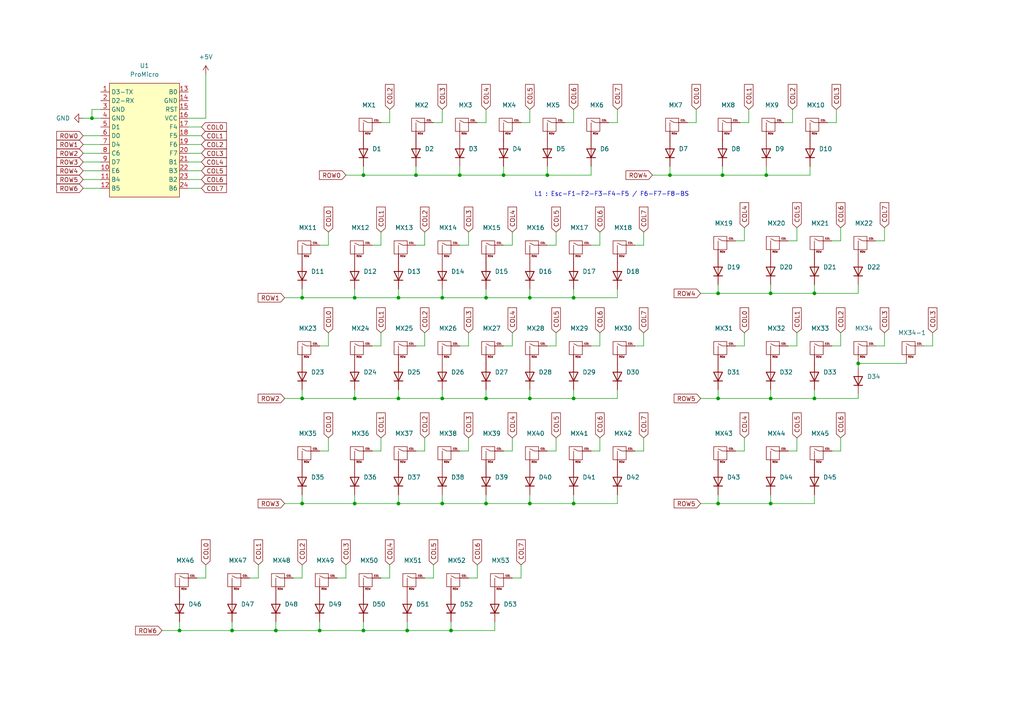
<source format=kicad_sch>
(kicad_sch (version 20230121) (generator eeschema)
  (paper "A4")
  (junction (at 223.52 115.57))
  (junction (at 87.63 146.05))
  (junction (at 223.52 146.05))
  (junction (at 236.22 115.57))
  (junction (at 208.28 115.57))
  (junction (at 208.28 146.05))
  (junction (at 208.28 85.09))
  (junction (at 140.97 115.57))
  (junction (at 102.87 115.57))
  (junction (at 223.52 85.09))
  (junction (at 140.97 146.05))
  (junction (at 130.81 182.88))
  (junction (at 222.25 50.8))
  (junction (at 115.57 146.05))
  (junction (at 166.37 86.36))
  (junction (at 153.67 115.57))
  (junction (at 128.27 86.36))
  (junction (at 105.41 50.8))
  (junction (at 102.87 146.05))
  (junction (at 67.31 182.88))
  (junction (at 248.92 105.41))
  (junction (at 80.01 182.88))
  (junction (at 87.63 86.36))
  (junction (at 120.65 50.8))
  (junction (at 26.67 34.29))
  (junction (at 128.27 146.05))
  (junction (at 105.41 182.88))
  (junction (at 166.37 115.57))
  (junction (at 133.35 50.8))
  (junction (at 102.87 86.36))
  (junction (at 146.05 50.8))
  (junction (at 52.07 182.88))
  (junction (at 115.57 115.57))
  (junction (at 92.71 182.88))
  (junction (at 140.97 86.36))
  (junction (at 153.67 86.36))
  (junction (at 118.11 182.88))
  (junction (at 194.31 50.8))
  (junction (at 115.57 86.36))
  (junction (at 166.37 146.05))
  (junction (at 236.22 85.09))
  (junction (at 153.67 146.05))
  (junction (at 158.75 50.8))
  (junction (at 209.55 50.8))
  (junction (at 87.63 115.57))
  (junction (at 128.27 115.57))
  (wire (pts (xy 138.43 163.83) (xy 138.43 167.64)))
  (wire (pts (xy 29.21 31.75) (xy 26.67 31.75)))
  (wire (pts (xy 151.13 167.64) (xy 148.59 167.64)))
  (wire (pts (xy 140.97 143.51) (xy 140.97 146.05)))
  (wire (pts (xy 110.49 100.33) (xy 107.95 100.33)))
  (wire (pts (xy 166.37 35.56) (xy 163.83 35.56)))
  (wire (pts (xy 248.92 106.68) (xy 248.92 105.41)))
  (wire (pts (xy 120.65 48.26) (xy 120.65 50.8)))
  (wire (pts (xy 256.54 66.04) (xy 256.54 69.85)))
  (wire (pts (xy 158.75 48.26) (xy 158.75 50.8)))
  (wire (pts (xy 26.67 34.29) (xy 29.21 34.29)))
  (wire (pts (xy 243.84 100.33) (xy 241.3 100.33)))
  (wire (pts (xy 166.37 113.03) (xy 166.37 115.57)))
  (wire (pts (xy 186.69 67.31) (xy 186.69 71.12)))
  (wire (pts (xy 130.81 182.88) (xy 143.51 182.88)))
  (wire (pts (xy 128.27 83.82) (xy 128.27 86.36)))
  (wire (pts (xy 95.25 96.52) (xy 95.25 100.33)))
  (wire (pts (xy 128.27 31.75) (xy 128.27 35.56)))
  (wire (pts (xy 54.61 39.37) (xy 58.42 39.37)))
  (wire (pts (xy 173.99 127) (xy 173.99 130.81)))
  (wire (pts (xy 179.07 83.82) (xy 179.07 86.36)))
  (wire (pts (xy 87.63 86.36) (xy 82.55 86.36)))
  (wire (pts (xy 87.63 86.36) (xy 102.87 86.36)))
  (wire (pts (xy 231.14 100.33) (xy 228.6 100.33)))
  (wire (pts (xy 128.27 146.05) (xy 140.97 146.05)))
  (wire (pts (xy 110.49 127) (xy 110.49 130.81)))
  (wire (pts (xy 194.31 50.8) (xy 209.55 50.8)))
  (wire (pts (xy 270.51 100.33) (xy 267.97 100.33)))
  (wire (pts (xy 151.13 163.83) (xy 151.13 167.64)))
  (wire (pts (xy 143.51 180.34) (xy 143.51 182.88)))
  (wire (pts (xy 95.25 100.33) (xy 92.71 100.33)))
  (wire (pts (xy 102.87 113.03) (xy 102.87 115.57)))
  (wire (pts (xy 215.9 100.33) (xy 213.36 100.33)))
  (wire (pts (xy 231.14 96.52) (xy 231.14 100.33)))
  (wire (pts (xy 179.07 143.51) (xy 179.07 146.05)))
  (wire (pts (xy 130.81 180.34) (xy 130.81 182.88)))
  (wire (pts (xy 179.07 113.03) (xy 179.07 115.57)))
  (wire (pts (xy 74.93 163.83) (xy 74.93 167.64)))
  (wire (pts (xy 194.31 50.8) (xy 189.23 50.8)))
  (wire (pts (xy 166.37 146.05) (xy 179.07 146.05)))
  (wire (pts (xy 113.03 31.75) (xy 113.03 35.56)))
  (wire (pts (xy 102.87 146.05) (xy 115.57 146.05)))
  (wire (pts (xy 92.71 180.34) (xy 92.71 182.88)))
  (wire (pts (xy 123.19 96.52) (xy 123.19 100.33)))
  (wire (pts (xy 222.25 50.8) (xy 234.95 50.8)))
  (wire (pts (xy 100.33 163.83) (xy 100.33 167.64)))
  (wire (pts (xy 123.19 127) (xy 123.19 130.81)))
  (wire (pts (xy 186.69 100.33) (xy 184.15 100.33)))
  (wire (pts (xy 148.59 67.31) (xy 148.59 71.12)))
  (wire (pts (xy 186.69 130.81) (xy 184.15 130.81)))
  (wire (pts (xy 229.87 35.56) (xy 227.33 35.56)))
  (wire (pts (xy 54.61 54.61) (xy 58.42 54.61)))
  (wire (pts (xy 148.59 127) (xy 148.59 130.81)))
  (wire (pts (xy 24.13 52.07) (xy 29.21 52.07)))
  (wire (pts (xy 52.07 182.88) (xy 67.31 182.88)))
  (wire (pts (xy 24.13 39.37) (xy 29.21 39.37)))
  (wire (pts (xy 166.37 86.36) (xy 179.07 86.36)))
  (wire (pts (xy 223.52 146.05) (xy 236.22 146.05)))
  (wire (pts (xy 52.07 182.88) (xy 46.99 182.88)))
  (wire (pts (xy 54.61 44.45) (xy 58.42 44.45)))
  (wire (pts (xy 223.52 143.51) (xy 223.52 146.05)))
  (wire (pts (xy 217.17 31.75) (xy 217.17 35.56)))
  (wire (pts (xy 135.89 130.81) (xy 133.35 130.81)))
  (wire (pts (xy 146.05 48.26) (xy 146.05 50.8)))
  (wire (pts (xy 194.31 48.26) (xy 194.31 50.8)))
  (wire (pts (xy 52.07 180.34) (xy 52.07 182.88)))
  (wire (pts (xy 148.59 100.33) (xy 146.05 100.33)))
  (wire (pts (xy 67.31 180.34) (xy 67.31 182.88)))
  (wire (pts (xy 153.67 115.57) (xy 166.37 115.57)))
  (wire (pts (xy 166.37 31.75) (xy 166.37 35.56)))
  (wire (pts (xy 161.29 127) (xy 161.29 130.81)))
  (wire (pts (xy 243.84 69.85) (xy 241.3 69.85)))
  (wire (pts (xy 236.22 115.57) (xy 248.92 115.57)))
  (wire (pts (xy 24.13 49.53) (xy 29.21 49.53)))
  (wire (pts (xy 236.22 143.51) (xy 236.22 146.05)))
  (wire (pts (xy 215.9 130.81) (xy 213.36 130.81)))
  (wire (pts (xy 115.57 113.03) (xy 115.57 115.57)))
  (wire (pts (xy 201.93 35.56) (xy 199.39 35.56)))
  (wire (pts (xy 113.03 163.83) (xy 113.03 167.64)))
  (wire (pts (xy 223.52 113.03) (xy 223.52 115.57)))
  (wire (pts (xy 148.59 71.12) (xy 146.05 71.12)))
  (wire (pts (xy 113.03 35.56) (xy 110.49 35.56)))
  (wire (pts (xy 140.97 113.03) (xy 140.97 115.57)))
  (wire (pts (xy 231.14 127) (xy 231.14 130.81)))
  (wire (pts (xy 158.75 50.8) (xy 171.45 50.8)))
  (wire (pts (xy 80.01 180.34) (xy 80.01 182.88)))
  (wire (pts (xy 209.55 48.26) (xy 209.55 50.8)))
  (wire (pts (xy 115.57 143.51) (xy 115.57 146.05)))
  (wire (pts (xy 118.11 180.34) (xy 118.11 182.88)))
  (wire (pts (xy 173.99 96.52) (xy 173.99 100.33)))
  (wire (pts (xy 113.03 167.64) (xy 110.49 167.64)))
  (wire (pts (xy 123.19 67.31) (xy 123.19 71.12)))
  (wire (pts (xy 24.13 46.99) (xy 29.21 46.99)))
  (wire (pts (xy 118.11 182.88) (xy 130.81 182.88)))
  (wire (pts (xy 128.27 86.36) (xy 140.97 86.36)))
  (wire (pts (xy 248.92 105.41) (xy 262.89 105.41)))
  (wire (pts (xy 256.54 100.33) (xy 254 100.33)))
  (wire (pts (xy 140.97 31.75) (xy 140.97 35.56)))
  (wire (pts (xy 80.01 182.88) (xy 92.71 182.88)))
  (wire (pts (xy 270.51 96.52) (xy 270.51 100.33)))
  (wire (pts (xy 146.05 50.8) (xy 158.75 50.8)))
  (wire (pts (xy 26.67 31.75) (xy 26.67 34.29)))
  (wire (pts (xy 123.19 100.33) (xy 120.65 100.33)))
  (wire (pts (xy 105.41 48.26) (xy 105.41 50.8)))
  (wire (pts (xy 95.25 67.31) (xy 95.25 71.12)))
  (wire (pts (xy 133.35 50.8) (xy 146.05 50.8)))
  (wire (pts (xy 54.61 41.91) (xy 58.42 41.91)))
  (wire (pts (xy 209.55 50.8) (xy 222.25 50.8)))
  (wire (pts (xy 87.63 146.05) (xy 102.87 146.05)))
  (wire (pts (xy 115.57 115.57) (xy 128.27 115.57)))
  (wire (pts (xy 171.45 48.26) (xy 171.45 50.8)))
  (wire (pts (xy 243.84 66.04) (xy 243.84 69.85)))
  (wire (pts (xy 223.52 82.55) (xy 223.52 85.09)))
  (wire (pts (xy 87.63 115.57) (xy 102.87 115.57)))
  (wire (pts (xy 231.14 69.85) (xy 228.6 69.85)))
  (wire (pts (xy 115.57 146.05) (xy 128.27 146.05)))
  (wire (pts (xy 110.49 130.81) (xy 107.95 130.81)))
  (wire (pts (xy 87.63 163.83) (xy 87.63 167.64)))
  (wire (pts (xy 100.33 167.64) (xy 97.79 167.64)))
  (wire (pts (xy 153.67 86.36) (xy 166.37 86.36)))
  (wire (pts (xy 54.61 46.99) (xy 58.42 46.99)))
  (wire (pts (xy 215.9 66.04) (xy 215.9 69.85)))
  (wire (pts (xy 256.54 96.52) (xy 256.54 100.33)))
  (wire (pts (xy 24.13 41.91) (xy 29.21 41.91)))
  (wire (pts (xy 217.17 35.56) (xy 214.63 35.56)))
  (wire (pts (xy 87.63 83.82) (xy 87.63 86.36)))
  (wire (pts (xy 153.67 35.56) (xy 151.13 35.56)))
  (wire (pts (xy 102.87 143.51) (xy 102.87 146.05)))
  (wire (pts (xy 140.97 83.82) (xy 140.97 86.36)))
  (wire (pts (xy 179.07 35.56) (xy 176.53 35.56)))
  (wire (pts (xy 173.99 130.81) (xy 171.45 130.81)))
  (wire (pts (xy 173.99 71.12) (xy 171.45 71.12)))
  (wire (pts (xy 24.13 54.61) (xy 29.21 54.61)))
  (wire (pts (xy 161.29 71.12) (xy 158.75 71.12)))
  (wire (pts (xy 135.89 100.33) (xy 133.35 100.33)))
  (wire (pts (xy 59.69 21.59) (xy 59.69 34.29)))
  (wire (pts (xy 208.28 146.05) (xy 223.52 146.05)))
  (wire (pts (xy 59.69 163.83) (xy 59.69 167.64)))
  (wire (pts (xy 110.49 71.12) (xy 107.95 71.12)))
  (wire (pts (xy 102.87 115.57) (xy 115.57 115.57)))
  (wire (pts (xy 135.89 67.31) (xy 135.89 71.12)))
  (wire (pts (xy 208.28 115.57) (xy 203.2 115.57)))
  (wire (pts (xy 125.73 167.64) (xy 123.19 167.64)))
  (wire (pts (xy 208.28 146.05) (xy 203.2 146.05)))
  (wire (pts (xy 115.57 83.82) (xy 115.57 86.36)))
  (wire (pts (xy 243.84 130.81) (xy 241.3 130.81)))
  (wire (pts (xy 161.29 130.81) (xy 158.75 130.81)))
  (wire (pts (xy 231.14 66.04) (xy 231.14 69.85)))
  (wire (pts (xy 125.73 163.83) (xy 125.73 167.64)))
  (wire (pts (xy 223.52 115.57) (xy 236.22 115.57)))
  (wire (pts (xy 140.97 115.57) (xy 153.67 115.57)))
  (wire (pts (xy 59.69 167.64) (xy 57.15 167.64)))
  (wire (pts (xy 105.41 182.88) (xy 118.11 182.88)))
  (wire (pts (xy 95.25 71.12) (xy 92.71 71.12)))
  (wire (pts (xy 102.87 83.82) (xy 102.87 86.36)))
  (wire (pts (xy 105.41 50.8) (xy 120.65 50.8)))
  (wire (pts (xy 223.52 85.09) (xy 236.22 85.09)))
  (wire (pts (xy 110.49 67.31) (xy 110.49 71.12)))
  (wire (pts (xy 153.67 146.05) (xy 166.37 146.05)))
  (wire (pts (xy 166.37 143.51) (xy 166.37 146.05)))
  (wire (pts (xy 153.67 143.51) (xy 153.67 146.05)))
  (wire (pts (xy 123.19 71.12) (xy 120.65 71.12)))
  (wire (pts (xy 173.99 100.33) (xy 171.45 100.33)))
  (wire (pts (xy 242.57 31.75) (xy 242.57 35.56)))
  (wire (pts (xy 236.22 113.03) (xy 236.22 115.57)))
  (wire (pts (xy 186.69 127) (xy 186.69 130.81)))
  (wire (pts (xy 236.22 85.09) (xy 248.92 85.09)))
  (wire (pts (xy 24.13 34.29) (xy 26.67 34.29)))
  (wire (pts (xy 102.87 86.36) (xy 115.57 86.36)))
  (wire (pts (xy 135.89 96.52) (xy 135.89 100.33)))
  (wire (pts (xy 115.57 86.36) (xy 128.27 86.36)))
  (wire (pts (xy 123.19 130.81) (xy 120.65 130.81)))
  (wire (pts (xy 148.59 130.81) (xy 146.05 130.81)))
  (wire (pts (xy 133.35 48.26) (xy 133.35 50.8)))
  (wire (pts (xy 215.9 127) (xy 215.9 130.81)))
  (wire (pts (xy 208.28 113.03) (xy 208.28 115.57)))
  (wire (pts (xy 215.9 69.85) (xy 213.36 69.85)))
  (wire (pts (xy 242.57 35.56) (xy 240.03 35.56)))
  (wire (pts (xy 59.69 34.29) (xy 54.61 34.29)))
  (wire (pts (xy 166.37 115.57) (xy 179.07 115.57)))
  (wire (pts (xy 173.99 67.31) (xy 173.99 71.12)))
  (wire (pts (xy 161.29 100.33) (xy 158.75 100.33)))
  (wire (pts (xy 128.27 113.03) (xy 128.27 115.57)))
  (wire (pts (xy 95.25 130.81) (xy 92.71 130.81)))
  (wire (pts (xy 135.89 127) (xy 135.89 130.81)))
  (wire (pts (xy 243.84 127) (xy 243.84 130.81)))
  (wire (pts (xy 135.89 71.12) (xy 133.35 71.12)))
  (wire (pts (xy 148.59 96.52) (xy 148.59 100.33)))
  (wire (pts (xy 161.29 96.52) (xy 161.29 100.33)))
  (wire (pts (xy 186.69 71.12) (xy 184.15 71.12)))
  (wire (pts (xy 236.22 82.55) (xy 236.22 85.09)))
  (wire (pts (xy 120.65 50.8) (xy 133.35 50.8)))
  (wire (pts (xy 128.27 35.56) (xy 125.73 35.56)))
  (wire (pts (xy 166.37 83.82) (xy 166.37 86.36)))
  (wire (pts (xy 243.84 96.52) (xy 243.84 100.33)))
  (wire (pts (xy 138.43 167.64) (xy 135.89 167.64)))
  (wire (pts (xy 153.67 31.75) (xy 153.67 35.56)))
  (wire (pts (xy 110.49 96.52) (xy 110.49 100.33)))
  (wire (pts (xy 234.95 48.26) (xy 234.95 50.8)))
  (wire (pts (xy 222.25 48.26) (xy 222.25 50.8)))
  (wire (pts (xy 54.61 52.07) (xy 58.42 52.07)))
  (wire (pts (xy 74.93 167.64) (xy 72.39 167.64)))
  (wire (pts (xy 248.92 82.55) (xy 248.92 85.09)))
  (wire (pts (xy 215.9 96.52) (xy 215.9 100.33)))
  (wire (pts (xy 153.67 113.03) (xy 153.67 115.57)))
  (wire (pts (xy 208.28 143.51) (xy 208.28 146.05)))
  (wire (pts (xy 208.28 85.09) (xy 203.2 85.09)))
  (wire (pts (xy 92.71 182.88) (xy 105.41 182.88)))
  (wire (pts (xy 105.41 50.8) (xy 100.33 50.8)))
  (wire (pts (xy 128.27 115.57) (xy 140.97 115.57)))
  (wire (pts (xy 256.54 69.85) (xy 254 69.85)))
  (wire (pts (xy 105.41 180.34) (xy 105.41 182.88)))
  (wire (pts (xy 161.29 67.31) (xy 161.29 71.12)))
  (wire (pts (xy 87.63 146.05) (xy 82.55 146.05)))
  (wire (pts (xy 87.63 115.57) (xy 82.55 115.57)))
  (wire (pts (xy 87.63 113.03) (xy 87.63 115.57)))
  (wire (pts (xy 201.93 31.75) (xy 201.93 35.56)))
  (wire (pts (xy 140.97 35.56) (xy 138.43 35.56)))
  (wire (pts (xy 248.92 114.3) (xy 248.92 115.57)))
  (wire (pts (xy 24.13 44.45) (xy 29.21 44.45)))
  (wire (pts (xy 229.87 31.75) (xy 229.87 35.56)))
  (wire (pts (xy 140.97 86.36) (xy 153.67 86.36)))
  (wire (pts (xy 54.61 36.83) (xy 58.42 36.83)))
  (wire (pts (xy 67.31 182.88) (xy 80.01 182.88)))
  (wire (pts (xy 95.25 127) (xy 95.25 130.81)))
  (wire (pts (xy 208.28 85.09) (xy 223.52 85.09)))
  (wire (pts (xy 153.67 83.82) (xy 153.67 86.36)))
  (wire (pts (xy 87.63 143.51) (xy 87.63 146.05)))
  (wire (pts (xy 231.14 130.81) (xy 228.6 130.81)))
  (wire (pts (xy 140.97 146.05) (xy 153.67 146.05)))
  (wire (pts (xy 54.61 49.53) (xy 58.42 49.53)))
  (wire (pts (xy 208.28 82.55) (xy 208.28 85.09)))
  (wire (pts (xy 128.27 143.51) (xy 128.27 146.05)))
  (wire (pts (xy 87.63 167.64) (xy 85.09 167.64)))
  (wire (pts (xy 186.69 96.52) (xy 186.69 100.33)))
  (wire (pts (xy 208.28 115.57) (xy 223.52 115.57)))
  (wire (pts (xy 179.07 31.75) (xy 179.07 35.56)))
  (text "L1 : Esc-F1-F2-F3-F4-F5 / F6-F7-F8-BS" (at 154.94 57.15 0) (effects (font (size 1.27 1.27)) (justify left bottom)))
  (global_label "ROW4" (shape input) (at 203.2 85.09 180) (property "Intersheetrefs" "${INTERSHEET_REFS}" (effects hide)))
  (global_label "ROW3" (shape input) (at 24.13 46.99 180) (property "Intersheetrefs" "${INTERSHEET_REFS}" (effects hide)))
  (global_label "COL7" (shape input) (at 151.13 163.83 90) (property "Intersheetrefs" "${INTERSHEET_REFS}" (effects hide)))
  (global_label "COL6" (shape input) (at 173.99 67.31 90) (property "Intersheetrefs" "${INTERSHEET_REFS}" (effects hide)))
  (global_label "ROW4" (shape input) (at 189.23 50.8 180) (property "Intersheetrefs" "${INTERSHEET_REFS}" (effects hide)))
  (global_label "ROW6" (shape input) (at 24.13 54.61 180) (property "Intersheetrefs" "${INTERSHEET_REFS}" (effects hide)))
  (global_label "COL2" (shape input) (at 123.19 67.31 90) (property "Intersheetrefs" "${INTERSHEET_REFS}" (effects hide)))
  (global_label "COL2" (shape input) (at 58.42 41.91 0) (property "Intersheetrefs" "${INTERSHEET_REFS}" (effects hide)))
  (global_label "COL2" (shape input) (at 243.84 96.52 90) (property "Intersheetrefs" "${INTERSHEET_REFS}" (effects hide)))
  (global_label "COL3" (shape input) (at 100.33 163.83 90) (property "Intersheetrefs" "${INTERSHEET_REFS}" (effects hide)))
  (global_label "COL3" (shape input) (at 135.89 96.52 90) (property "Intersheetrefs" "${INTERSHEET_REFS}" (effects hide)))
  (global_label "COL0" (shape input) (at 215.9 96.52 90) (property "Intersheetrefs" "${INTERSHEET_REFS}" (effects hide)))
  (global_label "ROW5" (shape input) (at 203.2 115.57 180) (property "Intersheetrefs" "${INTERSHEET_REFS}" (effects hide)))
  (global_label "COL1" (shape input) (at 58.42 39.37 0) (property "Intersheetrefs" "${INTERSHEET_REFS}" (effects hide)))
  (global_label "COL2" (shape input) (at 113.03 31.75 90) (property "Intersheetrefs" "${INTERSHEET_REFS}" (effects hide)))
  (global_label "COL5" (shape input) (at 161.29 127 90) (property "Intersheetrefs" "${INTERSHEET_REFS}" (effects hide)))
  (global_label "COL0" (shape input) (at 95.25 96.52 90) (property "Intersheetrefs" "${INTERSHEET_REFS}" (effects hide)))
  (global_label "COL7" (shape input) (at 256.54 66.04 90) (property "Intersheetrefs" "${INTERSHEET_REFS}" (effects hide)))
  (global_label "ROW0" (shape input) (at 100.33 50.8 180) (property "Intersheetrefs" "${INTERSHEET_REFS}" (effects hide)))
  (global_label "COL6" (shape input) (at 138.43 163.83 90) (property "Intersheetrefs" "${INTERSHEET_REFS}" (effects hide)))
  (global_label "COL0" (shape input) (at 95.25 127 90) (property "Intersheetrefs" "${INTERSHEET_REFS}" (effects hide)))
  (global_label "COL6" (shape input) (at 173.99 127 90) (property "Intersheetrefs" "${INTERSHEET_REFS}" (effects hide)))
  (global_label "COL4" (shape input) (at 215.9 127 90) (property "Intersheetrefs" "${INTERSHEET_REFS}" (effects hide)))
  (global_label "COL1" (shape input) (at 74.93 163.83 90) (property "Intersheetrefs" "${INTERSHEET_REFS}" (effects hide)))
  (global_label "COL1" (shape input) (at 110.49 96.52 90) (property "Intersheetrefs" "${INTERSHEET_REFS}" (effects hide)))
  (global_label "COL3" (shape input) (at 58.42 44.45 0) (property "Intersheetrefs" "${INTERSHEET_REFS}" (effects hide)))
  (global_label "COL4" (shape input) (at 148.59 67.31 90) (property "Intersheetrefs" "${INTERSHEET_REFS}" (effects hide)))
  (global_label "COL0" (shape input) (at 59.69 163.83 90) (property "Intersheetrefs" "${INTERSHEET_REFS}" (effects hide)))
  (global_label "ROW5" (shape input) (at 24.13 52.07 180) (property "Intersheetrefs" "${INTERSHEET_REFS}" (effects hide)))
  (global_label "COL1" (shape input) (at 110.49 67.31 90) (property "Intersheetrefs" "${INTERSHEET_REFS}" (effects hide)))
  (global_label "ROW1" (shape input) (at 24.13 41.91 180) (property "Intersheetrefs" "${INTERSHEET_REFS}" (effects hide)))
  (global_label "COL2" (shape input) (at 229.87 31.75 90) (property "Intersheetrefs" "${INTERSHEET_REFS}" (effects hide)))
  (global_label "COL6" (shape input) (at 166.37 31.75 90) (property "Intersheetrefs" "${INTERSHEET_REFS}" (effects hide)))
  (global_label "COL7" (shape input) (at 179.07 31.75 90) (property "Intersheetrefs" "${INTERSHEET_REFS}" (effects hide)))
  (global_label "COL1" (shape input) (at 231.14 96.52 90) (property "Intersheetrefs" "${INTERSHEET_REFS}" (effects hide)))
  (global_label "COL5" (shape input) (at 58.42 49.53 0) (property "Intersheetrefs" "${INTERSHEET_REFS}" (effects hide)))
  (global_label "COL7" (shape input) (at 186.69 127 90) (property "Intersheetrefs" "${INTERSHEET_REFS}" (effects hide)))
  (global_label "COL0" (shape input) (at 95.25 67.31 90) (property "Intersheetrefs" "${INTERSHEET_REFS}" (effects hide)))
  (global_label "COL6" (shape input) (at 58.42 52.07 0) (property "Intersheetrefs" "${INTERSHEET_REFS}" (effects hide)))
  (global_label "COL2" (shape input) (at 123.19 96.52 90) (property "Intersheetrefs" "${INTERSHEET_REFS}" (effects hide)))
  (global_label "COL7" (shape input) (at 186.69 67.31 90) (property "Intersheetrefs" "${INTERSHEET_REFS}" (effects hide)))
  (global_label "COL7" (shape input) (at 186.69 96.52 90) (property "Intersheetrefs" "${INTERSHEET_REFS}" (effects hide)))
  (global_label "COL6" (shape input) (at 243.84 127 90) (property "Intersheetrefs" "${INTERSHEET_REFS}" (effects hide)))
  (global_label "COL4" (shape input) (at 148.59 96.52 90) (property "Intersheetrefs" "${INTERSHEET_REFS}" (effects hide)))
  (global_label "COL5" (shape input) (at 231.14 66.04 90) (property "Intersheetrefs" "${INTERSHEET_REFS}" (effects hide)))
  (global_label "COL0" (shape input) (at 201.93 31.75 90) (property "Intersheetrefs" "${INTERSHEET_REFS}" (effects hide)))
  (global_label "ROW6" (shape input) (at 46.99 182.88 180) (property "Intersheetrefs" "${INTERSHEET_REFS}" (effects hide)))
  (global_label "COL5" (shape input) (at 125.73 163.83 90) (property "Intersheetrefs" "${INTERSHEET_REFS}" (effects hide)))
  (global_label "ROW2" (shape input) (at 82.55 115.57 180) (property "Intersheetrefs" "${INTERSHEET_REFS}" (effects hide)))
  (global_label "ROW3" (shape input) (at 82.55 146.05 180) (property "Intersheetrefs" "${INTERSHEET_REFS}" (effects hide)))
  (global_label "COL5" (shape input) (at 161.29 96.52 90) (property "Intersheetrefs" "${INTERSHEET_REFS}" (effects hide)))
  (global_label "ROW5" (shape input) (at 203.2 146.05 180) (property "Intersheetrefs" "${INTERSHEET_REFS}" (effects hide)))
  (global_label "COL3" (shape input) (at 256.54 96.52 90) (property "Intersheetrefs" "${INTERSHEET_REFS}" (effects hide)))
  (global_label "ROW4" (shape input) (at 24.13 49.53 180) (property "Intersheetrefs" "${INTERSHEET_REFS}" (effects hide)))
  (global_label "COL1" (shape input) (at 110.49 127 90) (property "Intersheetrefs" "${INTERSHEET_REFS}" (effects hide)))
  (global_label "COL7" (shape input) (at 58.42 54.61 0) (property "Intersheetrefs" "${INTERSHEET_REFS}" (effects hide)))
  (global_label "COL5" (shape input) (at 161.29 67.31 90) (property "Intersheetrefs" "${INTERSHEET_REFS}" (effects hide)))
  (global_label "COL3" (shape input) (at 242.57 31.75 90) (property "Intersheetrefs" "${INTERSHEET_REFS}" (effects hide)))
  (global_label "COL2" (shape input) (at 123.19 127 90) (property "Intersheetrefs" "${INTERSHEET_REFS}" (effects hide)))
  (global_label "COL4" (shape input) (at 148.59 127 90) (property "Intersheetrefs" "${INTERSHEET_REFS}" (effects hide)))
  (global_label "COL3" (shape input) (at 270.51 96.52 90) (property "Intersheetrefs" "${INTERSHEET_REFS}" (effects hide)))
  (global_label "COL6" (shape input) (at 243.84 66.04 90) (property "Intersheetrefs" "${INTERSHEET_REFS}" (effects hide)))
  (global_label "ROW0" (shape input) (at 24.13 39.37 180) (property "Intersheetrefs" "${INTERSHEET_REFS}" (effects hide)))
  (global_label "COL3" (shape input) (at 135.89 127 90) (property "Intersheetrefs" "${INTERSHEET_REFS}" (effects hide)))
  (global_label "COL1" (shape input) (at 217.17 31.75 90) (property "Intersheetrefs" "${INTERSHEET_REFS}" (effects hide)))
  (global_label "COL3" (shape input) (at 135.89 67.31 90) (property "Intersheetrefs" "${INTERSHEET_REFS}" (effects hide)))
  (global_label "COL4" (shape input) (at 113.03 163.83 90) (property "Intersheetrefs" "${INTERSHEET_REFS}" (effects hide)))
  (global_label "COL2" (shape input) (at 87.63 163.83 90) (property "Intersheetrefs" "${INTERSHEET_REFS}" (effects hide)))
  (global_label "COL6" (shape input) (at 173.99 96.52 90) (property "Intersheetrefs" "${INTERSHEET_REFS}" (effects hide)))
  (global_label "ROW2" (shape input) (at 24.13 44.45 180) (property "Intersheetrefs" "${INTERSHEET_REFS}" (effects hide)))
  (global_label "COL4" (shape input) (at 215.9 66.04 90) (property "Intersheetrefs" "${INTERSHEET_REFS}" (effects hide)))
  (global_label "COL4" (shape input) (at 58.42 46.99 0) (property "Intersheetrefs" "${INTERSHEET_REFS}" (effects hide)))
  (global_label "COL4" (shape input) (at 140.97 31.75 90) (property "Intersheetrefs" "${INTERSHEET_REFS}" (effects hide)))
  (global_label "COL5" (shape input) (at 231.14 127 90) (property "Intersheetrefs" "${INTERSHEET_REFS}" (effects hide)))
  (global_label "COL5" (shape input) (at 153.67 31.75 90) (property "Intersheetrefs" "${INTERSHEET_REFS}" (effects hide)))
  (global_label "COL0" (shape input) (at 58.42 36.83 0) (property "Intersheetrefs" "${INTERSHEET_REFS}" (effects hide)))
  (global_label "COL3" (shape input) (at 128.27 31.75 90) (property "Intersheetrefs" "${INTERSHEET_REFS}" (effects hide)))
  (global_label "ROW1" (shape input) (at 82.55 86.36 180) (property "Intersheetrefs" "${INTERSHEET_REFS}" (effects hide)))
  (symbol (lib_id "PCM_marbastlib-promicroish:Arduino_ProMicro") (at 41.91 40.64 0) (unit 1) (in_bom no)
    (property "Reference" "U1" (at 41.91 19.05 0))
    (property "Value" "ProMicro" (at 41.91 21.59 0))
    (property "Footprint" "PCM_marbastlib-xp-promicroish:ProMicro_USBup" (effects hide))
  )
  (symbol (lib_id "PCM_0xcb:MX") (at 88.9 100.33 0) (unit 1)
    (property "Reference" "MX23" (at 89.2851 95.25 0))
    (property "Value" "MX" (effects hide))
    (property "Footprint" "MX_Alps_Hybrid:MX-Alps-Hybrid-1.75U" (effects hide))
  )
  (symbol (lib_id "PCM_0xcb:MX") (at 88.9 71.12 0) (unit 1)
    (property "Reference" "MX11" (at 89.2851 66.04 0))
    (property "Value" "MX" (effects hide))
    (property "Footprint" "MX_Alps_Hybrid:MX-Alps-Hybrid-1.5U" (effects hide))
  )
  (symbol (lib_id "PCM_0xcb:MX") (at 224.79 130.81 0) (unit 1)
    (property "Reference" "MX44" (at 225.1751 125.73 0))
    (property "Value" "MX" (effects hide))
    (property "Footprint" "MX_Alps_Hybrid:MX-Alps-Hybrid-1U" (effects hide))
  )
  (symbol (lib_id "PCM_0xcb:MX") (at 237.49 100.33 0) (unit 1)
    (property "Reference" "MX33" (at 237.8751 95.25 0))
    (property "Value" "MX" (effects hide))
    (property "Footprint" "MX_Alps_Hybrid:MX-Alps-Hybrid-1U" (effects hide))
  )
  (symbol (lib_id "Diode:1N4148") (at 223.52 139.7 90) (unit 1)
    (property "Reference" "D44" (at 226.06 138.43 90) (effects (justify right)))
    (property "Value" "1N4148" (effects hide))
    (property "Footprint" "Diode_THT:D_DO-35_SOD27_P7.62mm_Horizontal" (effects hide))
    (property "Datasheet" "https://assets.nexperia.com/documents/data-sheet/1N4148_1N4448.pdf" (effects hide))
    (property "Sim.Device" "D" (effects hide))
    (property "Sim.Pins" "1=K 2=A" (effects hide))
  )
  (symbol (lib_id "Diode:1N4148") (at 87.63 139.7 90) (unit 1)
    (property "Reference" "D35" (at 90.17 138.43 90) (effects (justify right)))
    (property "Value" "1N4148" (effects hide))
    (property "Footprint" "Diode_THT:D_DO-35_SOD27_P7.62mm_Horizontal" (effects hide))
    (property "Datasheet" "https://assets.nexperia.com/documents/data-sheet/1N4148_1N4448.pdf" (effects hide))
    (property "Sim.Device" "D" (effects hide))
    (property "Sim.Pins" "1=K 2=A" (effects hide))
  )
  (symbol (lib_id "Diode:1N4148") (at 140.97 139.7 90) (unit 1)
    (property "Reference" "D39" (at 143.51 138.43 90) (effects (justify right)))
    (property "Value" "1N4148" (effects hide))
    (property "Footprint" "Diode_THT:D_DO-35_SOD27_P7.62mm_Horizontal" (effects hide))
    (property "Datasheet" "https://assets.nexperia.com/documents/data-sheet/1N4148_1N4448.pdf" (effects hide))
    (property "Sim.Device" "D" (effects hide))
    (property "Sim.Pins" "1=K 2=A" (effects hide))
  )
  (symbol (lib_id "Diode:1N4148") (at 115.57 80.01 90) (unit 1)
    (property "Reference" "D13" (at 118.11 78.74 90) (effects (justify right)))
    (property "Value" "1N4148" (effects hide))
    (property "Footprint" "Diode_THT:D_DO-35_SOD27_P7.62mm_Horizontal" (effects hide))
    (property "Datasheet" "https://assets.nexperia.com/documents/data-sheet/1N4148_1N4448.pdf" (effects hide))
    (property "Sim.Device" "D" (effects hide))
    (property "Sim.Pins" "1=K 2=A" (effects hide))
  )
  (symbol (lib_id "PCM_0xcb:MX") (at 121.92 35.56 0) (unit 1)
    (property "Reference" "MX2" (at 122.3051 30.48 0))
    (property "Value" "MX" (effects hide))
    (property "Footprint" "MX_Alps_Hybrid:MX-Alps-Hybrid-1U" (effects hide))
  )
  (symbol (lib_id "Diode:1N4148") (at 158.75 44.45 90) (unit 1)
    (property "Reference" "D5" (at 161.29 43.18 90) (effects (justify right)))
    (property "Value" "1N4148" (effects hide))
    (property "Footprint" "Diode_THT:D_DO-35_SOD27_P7.62mm_Horizontal" (effects hide))
    (property "Datasheet" "https://assets.nexperia.com/documents/data-sheet/1N4148_1N4448.pdf" (effects hide))
    (property "Sim.Device" "D" (effects hide))
    (property "Sim.Pins" "1=K 2=A" (effects hide))
  )
  (symbol (lib_id "Diode:1N4148") (at 248.92 110.49 90) (unit 1)
    (property "Reference" "D34" (at 251.46 109.22 90) (effects (justify right)))
    (property "Value" "1N4148" (effects hide))
    (property "Footprint" "Diode_THT:D_DO-35_SOD27_P7.62mm_Horizontal" (effects hide))
    (property "Datasheet" "https://assets.nexperia.com/documents/data-sheet/1N4148_1N4448.pdf" (effects hide))
    (property "Sim.Device" "D" (effects hide))
    (property "Sim.Pins" "1=K 2=A" (effects hide))
  )
  (symbol (lib_id "Diode:1N4148") (at 130.81 176.53 90) (unit 1)
    (property "Reference" "D52" (at 133.35 175.26 90) (effects (justify right)))
    (property "Value" "1N4148" (effects hide))
    (property "Footprint" "Diode_THT:D_DO-35_SOD27_P7.62mm_Horizontal" (effects hide))
    (property "Datasheet" "https://assets.nexperia.com/documents/data-sheet/1N4148_1N4448.pdf" (effects hide))
    (property "Sim.Device" "D" (effects hide))
    (property "Sim.Pins" "1=K 2=A" (effects hide))
  )
  (symbol (lib_id "Diode:1N4148") (at 102.87 109.22 90) (unit 1)
    (property "Reference" "D24" (at 105.41 107.95 90) (effects (justify right)))
    (property "Value" "1N4148" (effects hide))
    (property "Footprint" "Diode_THT:D_DO-35_SOD27_P7.62mm_Horizontal" (effects hide))
    (property "Datasheet" "https://assets.nexperia.com/documents/data-sheet/1N4148_1N4448.pdf" (effects hide))
    (property "Sim.Device" "D" (effects hide))
    (property "Sim.Pins" "1=K 2=A" (effects hide))
  )
  (symbol (lib_id "Diode:1N4148") (at 208.28 109.22 90) (unit 1)
    (property "Reference" "D31" (at 210.82 107.95 90) (effects (justify right)))
    (property "Value" "1N4148" (effects hide))
    (property "Footprint" "Diode_THT:D_DO-35_SOD27_P7.62mm_Horizontal" (effects hide))
    (property "Datasheet" "https://assets.nexperia.com/documents/data-sheet/1N4148_1N4448.pdf" (effects hide))
    (property "Sim.Device" "D" (effects hide))
    (property "Sim.Pins" "1=K 2=A" (effects hide))
  )
  (symbol (lib_id "PCM_0xcb:MX") (at 180.34 71.12 0) (unit 1)
    (property "Reference" "MX18" (at 180.7251 66.04 0))
    (property "Value" "MX" (effects hide))
    (property "Footprint" "MX_Alps_Hybrid:MX-Alps-Hybrid-1U" (effects hide))
  )
  (symbol (lib_id "Diode:1N4148") (at 234.95 44.45 90) (unit 1)
    (property "Reference" "D10" (at 237.49 43.18 90) (effects (justify right)))
    (property "Value" "1N4148" (effects hide))
    (property "Footprint" "Diode_THT:D_DO-35_SOD27_P7.62mm_Horizontal" (effects hide))
    (property "Datasheet" "https://assets.nexperia.com/documents/data-sheet/1N4148_1N4448.pdf" (effects hide))
    (property "Sim.Device" "D" (effects hide))
    (property "Sim.Pins" "1=K 2=A" (effects hide))
  )
  (symbol (lib_id "Diode:1N4148") (at 105.41 176.53 90) (unit 1)
    (property "Reference" "D50" (at 107.95 175.26 90) (effects (justify right)))
    (property "Value" "1N4148" (effects hide))
    (property "Footprint" "Diode_THT:D_DO-35_SOD27_P7.62mm_Horizontal" (effects hide))
    (property "Datasheet" "https://assets.nexperia.com/documents/data-sheet/1N4148_1N4448.pdf" (effects hide))
    (property "Sim.Device" "D" (effects hide))
    (property "Sim.Pins" "1=K 2=A" (effects hide))
  )
  (symbol (lib_id "Diode:1N4148") (at 179.07 80.01 90) (unit 1)
    (property "Reference" "D18" (at 181.61 78.74 90) (effects (justify right)))
    (property "Value" "1N4148" (effects hide))
    (property "Footprint" "Diode_THT:D_DO-35_SOD27_P7.62mm_Horizontal" (effects hide))
    (property "Datasheet" "https://assets.nexperia.com/documents/data-sheet/1N4148_1N4448.pdf" (effects hide))
    (property "Sim.Device" "D" (effects hide))
    (property "Sim.Pins" "1=K 2=A" (effects hide))
  )
  (symbol (lib_id "power:+5V") (at 59.69 21.59 0) (unit 1)
    (property "Reference" "#PWR01" (effects hide))
    (property "Value" "+5V" (at 59.69 16.51 0))
  )
  (symbol (lib_id "Diode:1N4148") (at 115.57 109.22 90) (unit 1)
    (property "Reference" "D25" (at 118.11 107.95 90) (effects (justify right)))
    (property "Value" "1N4148" (effects hide))
    (property "Footprint" "Diode_THT:D_DO-35_SOD27_P7.62mm_Horizontal" (effects hide))
    (property "Datasheet" "https://assets.nexperia.com/documents/data-sheet/1N4148_1N4448.pdf" (effects hide))
    (property "Sim.Device" "D" (effects hide))
    (property "Sim.Pins" "1=K 2=A" (effects hide))
  )
  (symbol (lib_id "PCM_0xcb:MX") (at 68.58 167.64 0) (unit 1)
    (property "Reference" "MX47" (at 68.9651 162.56 0))
    (property "Value" "MX" (effects hide))
    (property "Footprint" "MX_Alps_Hybrid:MX-Alps-Hybrid-1.25U" (effects hide))
  )
  (symbol (lib_id "Diode:1N4148") (at 248.92 78.74 90) (unit 1)
    (property "Reference" "D22" (at 251.46 77.47 90) (effects (justify right)))
    (property "Value" "1N4148" (effects hide))
    (property "Footprint" "Diode_THT:D_DO-35_SOD27_P7.62mm_Horizontal" (effects hide))
    (property "Datasheet" "https://assets.nexperia.com/documents/data-sheet/1N4148_1N4448.pdf" (effects hide))
    (property "Sim.Device" "D" (effects hide))
    (property "Sim.Pins" "1=K 2=A" (effects hide))
  )
  (symbol (lib_id "Diode:1N4148") (at 140.97 109.22 90) (unit 1)
    (property "Reference" "D27" (at 143.51 107.95 90) (effects (justify right)))
    (property "Value" "1N4148" (effects hide))
    (property "Footprint" "Diode_THT:D_DO-35_SOD27_P7.62mm_Horizontal" (effects hide))
    (property "Datasheet" "https://assets.nexperia.com/documents/data-sheet/1N4148_1N4448.pdf" (effects hide))
    (property "Sim.Device" "D" (effects hide))
    (property "Sim.Pins" "1=K 2=A" (effects hide))
  )
  (symbol (lib_id "PCM_0xcb:MX") (at 250.19 100.33 0) (unit 1)
    (property "Reference" "MX34" (at 250.5751 95.25 0))
    (property "Value" "MX" (effects hide))
    (property "Footprint" "MX_Alps_Hybrid:MX-Alps-Hybrid-1.25U" (effects hide))
  )
  (symbol (lib_id "Diode:1N4148") (at 236.22 139.7 90) (unit 1)
    (property "Reference" "D45" (at 238.76 138.43 90) (effects (justify right)))
    (property "Value" "1N4148" (effects hide))
    (property "Footprint" "Diode_THT:D_DO-35_SOD27_P7.62mm_Horizontal" (effects hide))
    (property "Datasheet" "https://assets.nexperia.com/documents/data-sheet/1N4148_1N4448.pdf" (effects hide))
    (property "Sim.Device" "D" (effects hide))
    (property "Sim.Pins" "1=K 2=A" (effects hide))
  )
  (symbol (lib_id "PCM_0xcb:MX") (at 224.79 69.85 0) (unit 1)
    (property "Reference" "MX20" (at 225.1751 64.77 0))
    (property "Value" "MX" (effects hide))
    (property "Footprint" "MX_Alps_Hybrid:MX-Alps-Hybrid-1U" (effects hide))
  )
  (symbol (lib_id "PCM_0xcb:MX") (at 180.34 130.81 0) (unit 1)
    (property "Reference" "MX42" (at 180.7251 125.73 0))
    (property "Value" "MX" (effects hide))
    (property "Footprint" "MX_Alps_Hybrid:MX-Alps-Hybrid-1U" (effects hide))
  )
  (symbol (lib_id "Diode:1N4148") (at 120.65 44.45 90) (unit 1)
    (property "Reference" "D2" (at 123.19 43.18 90) (effects (justify right)))
    (property "Value" "1N4148" (effects hide))
    (property "Footprint" "Diode_THT:D_DO-35_SOD27_P7.62mm_Horizontal" (effects hide))
    (property "Datasheet" "https://assets.nexperia.com/documents/data-sheet/1N4148_1N4448.pdf" (effects hide))
    (property "Sim.Device" "D" (effects hide))
    (property "Sim.Pins" "1=K 2=A" (effects hide))
  )
  (symbol (lib_id "PCM_0xcb:MX") (at 154.94 130.81 0) (unit 1)
    (property "Reference" "MX40" (at 155.3251 125.73 0))
    (property "Value" "MX" (effects hide))
    (property "Footprint" "MX_Alps_Hybrid:MX-Alps-Hybrid-1U" (effects hide))
  )
  (symbol (lib_id "PCM_0xcb:MX") (at 167.64 71.12 0) (unit 1)
    (property "Reference" "MX17" (at 168.0251 66.04 0))
    (property "Value" "MX" (effects hide))
    (property "Footprint" "MX_Alps_Hybrid:MX-Alps-Hybrid-1U" (effects hide))
  )
  (symbol (lib_id "Diode:1N4148") (at 67.31 176.53 90) (unit 1)
    (property "Reference" "D47" (at 69.85 175.26 90) (effects (justify right)))
    (property "Value" "1N4148" (effects hide))
    (property "Footprint" "Diode_THT:D_DO-35_SOD27_P7.62mm_Horizontal" (effects hide))
    (property "Datasheet" "https://assets.nexperia.com/documents/data-sheet/1N4148_1N4448.pdf" (effects hide))
    (property "Sim.Device" "D" (effects hide))
    (property "Sim.Pins" "1=K 2=A" (effects hide))
  )
  (symbol (lib_id "PCM_0xcb:MX") (at 142.24 71.12 0) (unit 1)
    (property "Reference" "MX15" (at 142.6251 66.04 0))
    (property "Value" "MX" (effects hide))
    (property "Footprint" "MX_Alps_Hybrid:MX-Alps-Hybrid-1U" (effects hide))
  )
  (symbol (lib_id "PCM_0xcb:MX") (at 104.14 71.12 0) (unit 1)
    (property "Reference" "MX12" (at 104.5251 66.04 0))
    (property "Value" "MX" (effects hide))
    (property "Footprint" "MX_Alps_Hybrid:MX-Alps-Hybrid-1U" (effects hide))
  )
  (symbol (lib_id "Diode:1N4148") (at 115.57 139.7 90) (unit 1)
    (property "Reference" "D37" (at 118.11 138.43 90) (effects (justify right)))
    (property "Value" "1N4148" (effects hide))
    (property "Footprint" "Diode_THT:D_DO-35_SOD27_P7.62mm_Horizontal" (effects hide))
    (property "Datasheet" "https://assets.nexperia.com/documents/data-sheet/1N4148_1N4448.pdf" (effects hide))
    (property "Sim.Device" "D" (effects hide))
    (property "Sim.Pins" "1=K 2=A" (effects hide))
  )
  (symbol (lib_id "Diode:1N4148") (at 153.67 80.01 90) (unit 1)
    (property "Reference" "D16" (at 156.21 78.74 90) (effects (justify right)))
    (property "Value" "1N4148" (effects hide))
    (property "Footprint" "Diode_THT:D_DO-35_SOD27_P7.62mm_Horizontal" (effects hide))
    (property "Datasheet" "https://assets.nexperia.com/documents/data-sheet/1N4148_1N4448.pdf" (effects hide))
    (property "Sim.Device" "D" (effects hide))
    (property "Sim.Pins" "1=K 2=A" (effects hide))
  )
  (symbol (lib_id "PCM_0xcb:MX") (at 142.24 130.81 0) (unit 1)
    (property "Reference" "MX39" (at 142.6251 125.73 0))
    (property "Value" "MX" (effects hide))
    (property "Footprint" "MX_Alps_Hybrid:MX-Alps-Hybrid-1U" (effects hide))
  )
  (symbol (lib_id "PCM_0xcb:MX") (at 104.14 100.33 0) (unit 1)
    (property "Reference" "MX24" (at 104.5251 95.25 0))
    (property "Value" "MX" (effects hide))
    (property "Footprint" "MX_Alps_Hybrid:MX-Alps-Hybrid-1U" (effects hide))
  )
  (symbol (lib_id "PCM_0xcb:MX") (at 134.62 35.56 0) (unit 1)
    (property "Reference" "MX3" (at 135.0051 30.48 0))
    (property "Value" "MX" (effects hide))
    (property "Footprint" "MX_Alps_Hybrid:MX-Alps-Hybrid-1U" (effects hide))
  )
  (symbol (lib_id "PCM_0xcb:MX") (at 129.54 130.81 0) (unit 1)
    (property "Reference" "MX38" (at 129.9251 125.73 0))
    (property "Value" "MX" (effects hide))
    (property "Footprint" "MX_Alps_Hybrid:MX-Alps-Hybrid-1U" (effects hide))
  )
  (symbol (lib_id "PCM_0xcb:MX") (at 223.52 35.56 0) (unit 1)
    (property "Reference" "MX9" (at 223.9051 30.48 0))
    (property "Value" "MX" (effects hide))
    (property "Footprint" "MX_Alps_Hybrid:MX-Alps-Hybrid-1U" (effects hide))
  )
  (symbol (lib_id "Diode:1N4148") (at 92.71 176.53 90) (unit 1)
    (property "Reference" "D49" (at 95.25 175.26 90) (effects (justify right)))
    (property "Value" "1N4148" (effects hide))
    (property "Footprint" "Diode_THT:D_DO-35_SOD27_P7.62mm_Horizontal" (effects hide))
    (property "Datasheet" "https://assets.nexperia.com/documents/data-sheet/1N4148_1N4448.pdf" (effects hide))
    (property "Sim.Device" "D" (effects hide))
    (property "Sim.Pins" "1=K 2=A" (effects hide))
  )
  (symbol (lib_id "Diode:1N4148") (at 166.37 80.01 90) (unit 1)
    (property "Reference" "D17" (at 168.91 78.74 90) (effects (justify right)))
    (property "Value" "1N4148" (effects hide))
    (property "Footprint" "Diode_THT:D_DO-35_SOD27_P7.62mm_Horizontal" (effects hide))
    (property "Datasheet" "https://assets.nexperia.com/documents/data-sheet/1N4148_1N4448.pdf" (effects hide))
    (property "Sim.Device" "D" (effects hide))
    (property "Sim.Pins" "1=K 2=A" (effects hide))
  )
  (symbol (lib_id "power:GND") (at 24.13 34.29 270) (unit 1)
    (property "Reference" "#PWR02" (effects hide))
    (property "Value" "GND" (at 20.32 34.29 90) (effects (justify right)))
  )
  (symbol (lib_id "Diode:1N4148") (at 80.01 176.53 90) (unit 1)
    (property "Reference" "D48" (at 82.55 175.26 90) (effects (justify right)))
    (property "Value" "1N4148" (effects hide))
    (property "Footprint" "Diode_THT:D_DO-35_SOD27_P7.62mm_Horizontal" (effects hide))
    (property "Datasheet" "https://assets.nexperia.com/documents/data-sheet/1N4148_1N4448.pdf" (effects hide))
    (property "Sim.Device" "D" (effects hide))
    (property "Sim.Pins" "1=K 2=A" (effects hide))
  )
  (symbol (lib_id "Diode:1N4148") (at 52.07 176.53 90) (unit 1)
    (property "Reference" "D46" (at 54.61 175.26 90) (effects (justify right)))
    (property "Value" "1N4148" (effects hide))
    (property "Footprint" "Diode_THT:D_DO-35_SOD27_P7.62mm_Horizontal" (effects hide))
    (property "Datasheet" "https://assets.nexperia.com/documents/data-sheet/1N4148_1N4448.pdf" (effects hide))
    (property "Sim.Device" "D" (effects hide))
    (property "Sim.Pins" "1=K 2=A" (effects hide))
  )
  (symbol (lib_id "PCM_0xcb:MX") (at 237.49 130.81 0) (unit 1)
    (property "Reference" "MX45" (at 237.8751 125.73 0))
    (property "Value" "MX" (effects hide))
    (property "Footprint" "MX_Alps_Hybrid:MX-Alps-Hybrid-1.75U" (effects hide))
  )
  (symbol (lib_id "Diode:1N4148") (at 236.22 109.22 90) (unit 1)
    (property "Reference" "D33" (at 238.76 107.95 90) (effects (justify right)))
    (property "Value" "1N4148" (effects hide))
    (property "Footprint" "Diode_THT:D_DO-35_SOD27_P7.62mm_Horizontal" (effects hide))
    (property "Datasheet" "https://assets.nexperia.com/documents/data-sheet/1N4148_1N4448.pdf" (effects hide))
    (property "Sim.Device" "D" (effects hide))
    (property "Sim.Pins" "1=K 2=A" (effects hide))
  )
  (symbol (lib_id "PCM_0xcb:MX") (at 116.84 130.81 0) (unit 1)
    (property "Reference" "MX37" (at 117.2251 125.73 0))
    (property "Value" "MX" (effects hide))
    (property "Footprint" "MX_Alps_Hybrid:MX-Alps-Hybrid-1U" (effects hide))
  )
  (symbol (lib_id "Diode:1N4148") (at 222.25 44.45 90) (unit 1)
    (property "Reference" "D9" (at 224.79 43.18 90) (effects (justify right)))
    (property "Value" "1N4148" (effects hide))
    (property "Footprint" "Diode_THT:D_DO-35_SOD27_P7.62mm_Horizontal" (effects hide))
    (property "Datasheet" "https://assets.nexperia.com/documents/data-sheet/1N4148_1N4448.pdf" (effects hide))
    (property "Sim.Device" "D" (effects hide))
    (property "Sim.Pins" "1=K 2=A" (effects hide))
  )
  (symbol (lib_id "PCM_0xcb:MX") (at 154.94 71.12 0) (unit 1)
    (property "Reference" "MX16" (at 155.3251 66.04 0))
    (property "Value" "MX" (effects hide))
    (property "Footprint" "MX_Alps_Hybrid:MX-Alps-Hybrid-1U" (effects hide))
  )
  (symbol (lib_id "PCM_0xcb:MX") (at 236.22 35.56 0) (unit 1)
    (property "Reference" "MX10" (at 236.6051 30.48 0))
    (property "Value" "MX" (effects hide))
    (property "Footprint" "MX_Alps_Hybrid:MX-Alps-Hybrid-1U" (effects hide))
  )
  (symbol (lib_id "Diode:1N4148") (at 118.11 176.53 90) (unit 1)
    (property "Reference" "D51" (at 120.65 175.26 90) (effects (justify right)))
    (property "Value" "1N4148" (effects hide))
    (property "Footprint" "Diode_THT:D_DO-35_SOD27_P7.62mm_Horizontal" (effects hide))
    (property "Datasheet" "https://assets.nexperia.com/documents/data-sheet/1N4148_1N4448.pdf" (effects hide))
    (property "Sim.Device" "D" (effects hide))
    (property "Sim.Pins" "1=K 2=A" (effects hide))
  )
  (symbol (lib_id "PCM_0xcb:MX") (at 209.55 100.33 0) (unit 1)
    (property "Reference" "MX31" (at 209.9351 95.25 0))
    (property "Value" "MX" (effects hide))
    (property "Footprint" "MX_Alps_Hybrid:MX-Alps-Hybrid-1U" (effects hide))
  )
  (symbol (lib_id "Diode:1N4148") (at 171.45 44.45 90) (unit 1)
    (property "Reference" "D6" (at 173.99 43.18 90) (effects (justify right)))
    (property "Value" "1N4148" (effects hide))
    (property "Footprint" "Diode_THT:D_DO-35_SOD27_P7.62mm_Horizontal" (effects hide))
    (property "Datasheet" "https://assets.nexperia.com/documents/data-sheet/1N4148_1N4448.pdf" (effects hide))
    (property "Sim.Device" "D" (effects hide))
    (property "Sim.Pins" "1=K 2=A" (effects hide))
  )
  (symbol (lib_id "Diode:1N4148") (at 128.27 139.7 90) (unit 1)
    (property "Reference" "D38" (at 130.81 138.43 90) (effects (justify right)))
    (property "Value" "1N4148" (effects hide))
    (property "Footprint" "Diode_THT:D_DO-35_SOD27_P7.62mm_Horizontal" (effects hide))
    (property "Datasheet" "https://assets.nexperia.com/documents/data-sheet/1N4148_1N4448.pdf" (effects hide))
    (property "Sim.Device" "D" (effects hide))
    (property "Sim.Pins" "1=K 2=A" (effects hide))
  )
  (symbol (lib_id "Diode:1N4148") (at 209.55 44.45 90) (unit 1)
    (property "Reference" "D8" (at 212.09 43.18 90) (effects (justify right)))
    (property "Value" "1N4148" (effects hide))
    (property "Footprint" "Diode_THT:D_DO-35_SOD27_P7.62mm_Horizontal" (effects hide))
    (property "Datasheet" "https://assets.nexperia.com/documents/data-sheet/1N4148_1N4448.pdf" (effects hide))
    (property "Sim.Device" "D" (effects hide))
    (property "Sim.Pins" "1=K 2=A" (effects hide))
  )
  (symbol (lib_id "Diode:1N4148") (at 166.37 139.7 90) (unit 1)
    (property "Reference" "D41" (at 168.91 138.43 90) (effects (justify right)))
    (property "Value" "1N4148" (effects hide))
    (property "Footprint" "Diode_THT:D_DO-35_SOD27_P7.62mm_Horizontal" (effects hide))
    (property "Datasheet" "https://assets.nexperia.com/documents/data-sheet/1N4148_1N4448.pdf" (effects hide))
    (property "Sim.Device" "D" (effects hide))
    (property "Sim.Pins" "1=K 2=A" (effects hide))
  )
  (symbol (lib_id "PCM_0xcb:MX") (at 142.24 100.33 0) (unit 1)
    (property "Reference" "MX27" (at 142.6251 95.25 0))
    (property "Value" "MX" (effects hide))
    (property "Footprint" "MX_Alps_Hybrid:MX-Alps-Hybrid-1U" (effects hide))
  )
  (symbol (lib_id "PCM_0xcb:MX") (at 116.84 100.33 0) (unit 1)
    (property "Reference" "MX25" (at 117.2251 95.25 0))
    (property "Value" "MX" (effects hide))
    (property "Footprint" "MX_Alps_Hybrid:MX-Alps-Hybrid-1U" (effects hide))
  )
  (symbol (lib_id "Diode:1N4148") (at 102.87 139.7 90) (unit 1)
    (property "Reference" "D36" (at 105.41 138.43 90) (effects (justify right)))
    (property "Value" "1N4148" (effects hide))
    (property "Footprint" "Diode_THT:D_DO-35_SOD27_P7.62mm_Horizontal" (effects hide))
    (property "Datasheet" "https://assets.nexperia.com/documents/data-sheet/1N4148_1N4448.pdf" (effects hide))
    (property "Sim.Device" "D" (effects hide))
    (property "Sim.Pins" "1=K 2=A" (effects hide))
  )
  (symbol (lib_id "Diode:1N4148") (at 140.97 80.01 90) (unit 1)
    (property "Reference" "D15" (at 143.51 78.74 90) (effects (justify right)))
    (property "Value" "1N4148" (effects hide))
    (property "Footprint" "Diode_THT:D_DO-35_SOD27_P7.62mm_Horizontal" (effects hide))
    (property "Datasheet" "https://assets.nexperia.com/documents/data-sheet/1N4148_1N4448.pdf" (effects hide))
    (property "Sim.Device" "D" (effects hide))
    (property "Sim.Pins" "1=K 2=A" (effects hide))
  )
  (symbol (lib_id "PCM_0xcb:MX") (at 132.08 167.64 0) (unit 1)
    (property "Reference" "MX52" (at 132.4651 162.56 0))
    (property "Value" "MX" (effects hide))
    (property "Footprint" "MX_Alps_Hybrid:MX-Alps-Hybrid-1.25U" (effects hide))
  )
  (symbol (lib_id "Diode:1N4148") (at 166.37 109.22 90) (unit 1)
    (property "Reference" "D29" (at 168.91 107.95 90) (effects (justify right)))
    (property "Value" "1N4148" (effects hide))
    (property "Footprint" "Diode_THT:D_DO-35_SOD27_P7.62mm_Horizontal" (effects hide))
    (property "Datasheet" "https://assets.nexperia.com/documents/data-sheet/1N4148_1N4448.pdf" (effects hide))
    (property "Sim.Device" "D" (effects hide))
    (property "Sim.Pins" "1=K 2=A" (effects hide))
  )
  (symbol (lib_id "Diode:1N4148") (at 105.41 44.45 90) (unit 1)
    (property "Reference" "D1" (at 107.95 43.18 90) (effects (justify right)))
    (property "Value" "1N4148" (effects hide))
    (property "Footprint" "Diode_THT:D_DO-35_SOD27_P7.62mm_Horizontal" (effects hide))
    (property "Datasheet" "https://assets.nexperia.com/documents/data-sheet/1N4148_1N4448.pdf" (effects hide))
    (property "Sim.Device" "D" (effects hide))
    (property "Sim.Pins" "1=K 2=A" (effects hide))
  )
  (symbol (lib_id "PCM_0xcb:MX") (at 129.54 100.33 0) (unit 1)
    (property "Reference" "MX26" (at 129.9251 95.25 0))
    (property "Value" "MX" (effects hide))
    (property "Footprint" "MX_Alps_Hybrid:MX-Alps-Hybrid-1U" (effects hide))
  )
  (symbol (lib_id "PCM_0xcb:MX") (at 53.34 167.64 0) (unit 1)
    (property "Reference" "MX46" (at 53.7251 162.56 0))
    (property "Value" "MX" (effects hide))
    (property "Footprint" "MX_Alps_Hybrid:MX-Alps-Hybrid-1.5U" (effects hide))
  )
  (symbol (lib_id "PCM_0xcb:MX") (at 160.02 35.56 0) (unit 1)
    (property "Reference" "MX5" (at 160.4051 30.48 0))
    (property "Value" "MX" (effects hide))
    (property "Footprint" "MX_Alps_Hybrid:MX-Alps-Hybrid-1U" (effects hide))
  )
  (symbol (lib_id "PCM_0xcb:MX") (at 167.64 130.81 0) (unit 1)
    (property "Reference" "MX41" (at 168.0251 125.73 0))
    (property "Value" "MX" (effects hide))
    (property "Footprint" "MX_Alps_Hybrid:MX-Alps-Hybrid-1U" (effects hide))
  )
  (symbol (lib_id "Diode:1N4148") (at 179.07 139.7 90) (unit 1)
    (property "Reference" "D42" (at 181.61 138.43 90) (effects (justify right)))
    (property "Value" "1N4148" (effects hide))
    (property "Footprint" "Diode_THT:D_DO-35_SOD27_P7.62mm_Horizontal" (effects hide))
    (property "Datasheet" "https://assets.nexperia.com/documents/data-sheet/1N4148_1N4448.pdf" (effects hide))
    (property "Sim.Device" "D" (effects hide))
    (property "Sim.Pins" "1=K 2=A" (effects hide))
  )
  (symbol (lib_id "PCM_0xcb:MX") (at 119.38 167.64 0) (unit 1)
    (property "Reference" "MX51" (at 119.7651 162.56 0))
    (property "Value" "MX" (effects hide))
    (property "Footprint" "MX_Alps_Hybrid:MX-Alps-Hybrid-1.25U" (effects hide))
  )
  (symbol (lib_id "PCM_0xcb:MX") (at 154.94 100.33 0) (unit 1)
    (property "Reference" "MX28" (at 155.3251 95.25 0))
    (property "Value" "MX" (effects hide))
    (property "Footprint" "MX_Alps_Hybrid:MX-Alps-Hybrid-1U" (effects hide))
  )
  (symbol (lib_id "Diode:1N4148") (at 236.22 78.74 90) (unit 1)
    (property "Reference" "D21" (at 238.76 77.47 90) (effects (justify right)))
    (property "Value" "1N4148" (effects hide))
    (property "Footprint" "Diode_THT:D_DO-35_SOD27_P7.62mm_Horizontal" (effects hide))
    (property "Datasheet" "https://assets.nexperia.com/documents/data-sheet/1N4148_1N4448.pdf" (effects hide))
    (property "Sim.Device" "D" (effects hide))
    (property "Sim.Pins" "1=K 2=A" (effects hide))
  )
  (symbol (lib_id "PCM_0xcb:MX") (at 180.34 100.33 0) (unit 1)
    (property "Reference" "MX30" (at 180.7251 95.25 0))
    (property "Value" "MX" (effects hide))
    (property "Footprint" "MX_Alps_Hybrid:MX-Alps-Hybrid-1U" (effects hide))
  )
  (symbol (lib_id "PCM_0xcb:MX") (at 129.54 71.12 0) (unit 1)
    (property "Reference" "MX14" (at 129.9251 66.04 0))
    (property "Value" "MX" (effects hide))
    (property "Footprint" "MX_Alps_Hybrid:MX-Alps-Hybrid-1U" (effects hide))
  )
  (symbol (lib_id "PCM_0xcb:MX") (at 93.98 167.64 0) (unit 1)
    (property "Reference" "MX49" (at 94.3651 162.56 0))
    (property "Value" "MX" (effects hide))
    (property "Footprint" "MX_Alps_Hybrid:MX-Alps-Hybrid-2.75U-ReversedStabilizers" (effects hide))
  )
  (symbol (lib_id "Diode:1N4148") (at 143.51 176.53 90) (unit 1)
    (property "Reference" "D53" (at 146.05 175.26 90) (effects (justify right)))
    (property "Value" "1N4148" (effects hide))
    (property "Footprint" "Diode_THT:D_DO-35_SOD27_P7.62mm_Horizontal" (effects hide))
    (property "Datasheet" "https://assets.nexperia.com/documents/data-sheet/1N4148_1N4448.pdf" (effects hide))
    (property "Sim.Device" "D" (effects hide))
    (property "Sim.Pins" "1=K 2=A" (effects hide))
  )
  (symbol (lib_id "PCM_0xcb:MX") (at 167.64 100.33 0) (unit 1)
    (property "Reference" "MX29" (at 168.0251 95.25 0))
    (property "Value" "MX" (effects hide))
    (property "Footprint" "MX_Alps_Hybrid:MX-Alps-Hybrid-1U" (effects hide))
  )
  (symbol (lib_id "Diode:1N4148") (at 128.27 109.22 90) (unit 1)
    (property "Reference" "D26" (at 130.81 107.95 90) (effects (justify right)))
    (property "Value" "1N4148" (effects hide))
    (property "Footprint" "Diode_THT:D_DO-35_SOD27_P7.62mm_Horizontal" (effects hide))
    (property "Datasheet" "https://assets.nexperia.com/documents/data-sheet/1N4148_1N4448.pdf" (effects hide))
    (property "Sim.Device" "D" (effects hide))
    (property "Sim.Pins" "1=K 2=A" (effects hide))
  )
  (symbol (lib_id "Diode:1N4148") (at 128.27 80.01 90) (unit 1)
    (property "Reference" "D14" (at 130.81 78.74 90) (effects (justify right)))
    (property "Value" "1N4148" (effects hide))
    (property "Footprint" "Diode_THT:D_DO-35_SOD27_P7.62mm_Horizontal" (effects hide))
    (property "Datasheet" "https://assets.nexperia.com/documents/data-sheet/1N4148_1N4448.pdf" (effects hide))
    (property "Sim.Device" "D" (effects hide))
    (property "Sim.Pins" "1=K 2=A" (effects hide))
  )
  (symbol (lib_id "PCM_0xcb:MX") (at 81.28 167.64 0) (unit 1)
    (property "Reference" "MX48" (at 81.6651 162.56 0))
    (property "Value" "MX" (effects hide))
    (property "Footprint" "MX_Alps_Hybrid:MX-Alps-Hybrid-1.25U" (effects hide))
  )
  (symbol (lib_id "Diode:1N4148") (at 146.05 44.45 90) (unit 1)
    (property "Reference" "D4" (at 148.59 43.18 90) (effects (justify right)))
    (property "Value" "1N4148" (effects hide))
    (property "Footprint" "Diode_THT:D_DO-35_SOD27_P7.62mm_Horizontal" (effects hide))
    (property "Datasheet" "https://assets.nexperia.com/documents/data-sheet/1N4148_1N4448.pdf" (effects hide))
    (property "Sim.Device" "D" (effects hide))
    (property "Sim.Pins" "1=K 2=A" (effects hide))
  )
  (symbol (lib_id "PCM_0xcb:MX") (at 224.79 100.33 0) (unit 1)
    (property "Reference" "MX32" (at 225.1751 95.25 0))
    (property "Value" "MX" (effects hide))
    (property "Footprint" "MX_Alps_Hybrid:MX-Alps-Hybrid-1U" (effects hide))
  )
  (symbol (lib_id "Diode:1N4148") (at 87.63 80.01 90) (unit 1)
    (property "Reference" "D11" (at 90.17 78.74 90) (effects (justify right)))
    (property "Value" "1N4148" (effects hide))
    (property "Footprint" "Diode_THT:D_DO-35_SOD27_P7.62mm_Horizontal" (effects hide))
    (property "Datasheet" "https://assets.nexperia.com/documents/data-sheet/1N4148_1N4448.pdf" (effects hide))
    (property "Sim.Device" "D" (effects hide))
    (property "Sim.Pins" "1=K 2=A" (effects hide))
  )
  (symbol (lib_id "PCM_0xcb:MX") (at 250.19 69.85 0) (unit 1)
    (property "Reference" "MX22" (at 250.5751 64.77 0))
    (property "Value" "MX" (effects hide))
    (property "Footprint" "MX_Alps_Hybrid:MX-Alps-Hybrid-1.5U" (effects hide))
  )
  (symbol (lib_id "PCM_0xcb:MX") (at 172.72 35.56 0) (unit 1)
    (property "Reference" "MX6" (at 173.1051 30.48 0))
    (property "Value" "MX" (effects hide))
    (property "Footprint" "MX_Alps_Hybrid:MX-Alps-Hybrid-1U" (effects hide))
  )
  (symbol (lib_id "Diode:1N4148") (at 194.31 44.45 90) (unit 1)
    (property "Reference" "D7" (at 196.85 43.18 90) (effects (justify right)))
    (property "Value" "1N4148" (effects hide))
    (property "Footprint" "Diode_THT:D_DO-35_SOD27_P7.62mm_Horizontal" (effects hide))
    (property "Datasheet" "https://assets.nexperia.com/documents/data-sheet/1N4148_1N4448.pdf" (effects hide))
    (property "Sim.Device" "D" (effects hide))
    (property "Sim.Pins" "1=K 2=A" (effects hide))
  )
  (symbol (lib_id "PCM_0xcb:MX") (at 209.55 130.81 0) (unit 1)
    (property "Reference" "MX43" (at 209.9351 125.73 0))
    (property "Value" "MX" (effects hide))
    (property "Footprint" "MX_Alps_Hybrid:MX-Alps-Hybrid-1U" (effects hide))
  )
  (symbol (lib_id "PCM_0xcb:MX") (at 209.55 69.85 0) (unit 1)
    (property "Reference" "MX19" (at 209.9351 64.77 0))
    (property "Value" "MX" (effects hide))
    (property "Footprint" "MX_Alps_Hybrid:MX-Alps-Hybrid-1U" (effects hide))
  )
  (symbol (lib_id "Diode:1N4148") (at 87.63 109.22 90) (unit 1)
    (property "Reference" "D23" (at 90.17 107.95 90) (effects (justify right)))
    (property "Value" "1N4148" (effects hide))
    (property "Footprint" "Diode_THT:D_DO-35_SOD27_P7.62mm_Horizontal" (effects hide))
    (property "Datasheet" "https://assets.nexperia.com/documents/data-sheet/1N4148_1N4448.pdf" (effects hide))
    (property "Sim.Device" "D" (effects hide))
    (property "Sim.Pins" "1=K 2=A" (effects hide))
  )
  (symbol (lib_id "PCM_0xcb:MX") (at 88.9 130.81 0) (unit 1)
    (property "Reference" "MX35" (at 89.2851 125.73 0))
    (property "Value" "MX" (effects hide))
    (property "Footprint" "MX_Alps_Hybrid:MX-Alps-Hybrid-2.25U-ReversedStabilizers" (effects hide))
  )
  (symbol (lib_id "PCM_0xcb:MX") (at 116.84 71.12 0) (unit 1)
    (property "Reference" "MX13" (at 117.2251 66.04 0))
    (property "Value" "MX" (effects hide))
    (property "Footprint" "MX_Alps_Hybrid:MX-Alps-Hybrid-1U" (effects hide))
  )
  (symbol (lib_id "Diode:1N4148") (at 208.28 139.7 90) (unit 1)
    (property "Reference" "D43" (at 210.82 138.43 90) (effects (justify right)))
    (property "Value" "1N4148" (effects hide))
    (property "Footprint" "Diode_THT:D_DO-35_SOD27_P7.62mm_Horizontal" (effects hide))
    (property "Datasheet" "https://assets.nexperia.com/documents/data-sheet/1N4148_1N4448.pdf" (effects hide))
    (property "Sim.Device" "D" (effects hide))
    (property "Sim.Pins" "1=K 2=A" (effects hide))
  )
  (symbol (lib_id "Diode:1N4148") (at 223.52 78.74 90) (unit 1)
    (property "Reference" "D20" (at 226.06 77.47 90) (effects (justify right)))
    (property "Value" "1N4148" (effects hide))
    (property "Footprint" "Diode_THT:D_DO-35_SOD27_P7.62mm_Horizontal" (effects hide))
    (property "Datasheet" "https://assets.nexperia.com/documents/data-sheet/1N4148_1N4448.pdf" (effects hide))
    (property "Sim.Device" "D" (effects hide))
    (property "Sim.Pins" "1=K 2=A" (effects hide))
  )
  (symbol (lib_id "Diode:1N4148") (at 179.07 109.22 90) (unit 1)
    (property "Reference" "D30" (at 181.61 107.95 90) (effects (justify right)))
    (property "Value" "1N4148" (effects hide))
    (property "Footprint" "Diode_THT:D_DO-35_SOD27_P7.62mm_Horizontal" (effects hide))
    (property "Datasheet" "https://assets.nexperia.com/documents/data-sheet/1N4148_1N4448.pdf" (effects hide))
    (property "Sim.Device" "D" (effects hide))
    (property "Sim.Pins" "1=K 2=A" (effects hide))
  )
  (symbol (lib_id "PCM_0xcb:MX") (at 106.68 167.64 0) (unit 1)
    (property "Reference" "MX50" (at 107.0651 162.56 0))
    (property "Value" "MX" (effects hide))
    (property "Footprint" "MX_Alps_Hybrid:MX-Alps-Hybrid-2.25U-ReversedStabilizers" (effects hide))
  )
  (symbol (lib_id "PCM_0xcb:MX") (at 106.68 35.56 0) (unit 1)
    (property "Reference" "MX1" (at 107.0651 30.48 0))
    (property "Value" "MX" (effects hide))
    (property "Footprint" "MX_Alps_Hybrid:MX-Alps-Hybrid-1U" (effects hide))
  )
  (symbol (lib_id "Diode:1N4148") (at 133.35 44.45 90) (unit 1)
    (property "Reference" "D3" (at 135.89 43.18 90) (effects (justify right)))
    (property "Value" "1N4148" (effects hide))
    (property "Footprint" "Diode_THT:D_DO-35_SOD27_P7.62mm_Horizontal" (effects hide))
    (property "Datasheet" "https://assets.nexperia.com/documents/data-sheet/1N4148_1N4448.pdf" (effects hide))
    (property "Sim.Device" "D" (effects hide))
    (property "Sim.Pins" "1=K 2=A" (effects hide))
  )
  (symbol (lib_id "PCM_0xcb:MX") (at 144.78 167.64 0) (unit 1)
    (property "Reference" "MX53" (at 145.1651 162.56 0))
    (property "Value" "MX" (effects hide))
    (property "Footprint" "MX_Alps_Hybrid:MX-Alps-Hybrid-1.5U" (effects hide))
  )
  (symbol (lib_id "PCM_0xcb:MX") (at 195.58 35.56 0) (unit 1)
    (property "Reference" "MX7" (at 195.9651 30.48 0))
    (property "Value" "MX" (effects hide))
    (property "Footprint" "MX_Alps_Hybrid:MX-Alps-Hybrid-1U" (effects hide))
  )
  (symbol (lib_id "Diode:1N4148") (at 102.87 80.01 90) (unit 1)
    (property "Reference" "D12" (at 105.41 78.74 90) (effects (justify right)))
    (property "Value" "1N4148" (effects hide))
    (property "Footprint" "Diode_THT:D_DO-35_SOD27_P7.62mm_Horizontal" (effects hide))
    (property "Datasheet" "https://assets.nexperia.com/documents/data-sheet/1N4148_1N4448.pdf" (effects hide))
    (property "Sim.Device" "D" (effects hide))
    (property "Sim.Pins" "1=K 2=A" (effects hide))
  )
  (symbol (lib_id "Diode:1N4148") (at 208.28 78.74 90) (unit 1)
    (property "Reference" "D19" (at 210.82 77.47 90) (effects (justify right)))
    (property "Value" "1N4148" (effects hide))
    (property "Footprint" "Diode_THT:D_DO-35_SOD27_P7.62mm_Horizontal" (effects hide))
    (property "Datasheet" "https://assets.nexperia.com/documents/data-sheet/1N4148_1N4448.pdf" (effects hide))
    (property "Sim.Device" "D" (effects hide))
    (property "Sim.Pins" "1=K 2=A" (effects hide))
  )
  (symbol (lib_id "Diode:1N4148") (at 223.52 109.22 90) (unit 1)
    (property "Reference" "D32" (at 226.06 107.95 90) (effects (justify right)))
    (property "Value" "1N4148" (effects hide))
    (property "Footprint" "Diode_THT:D_DO-35_SOD27_P7.62mm_Horizontal" (effects hide))
    (property "Datasheet" "https://assets.nexperia.com/documents/data-sheet/1N4148_1N4448.pdf" (effects hide))
    (property "Sim.Device" "D" (effects hide))
    (property "Sim.Pins" "1=K 2=A" (effects hide))
  )
  (symbol (lib_id "Diode:1N4148") (at 153.67 139.7 90) (unit 1)
    (property "Reference" "D40" (at 156.21 138.43 90) (effects (justify right)))
    (property "Value" "1N4148" (effects hide))
    (property "Footprint" "Diode_THT:D_DO-35_SOD27_P7.62mm_Horizontal" (effects hide))
    (property "Datasheet" "https://assets.nexperia.com/documents/data-sheet/1N4148_1N4448.pdf" (effects hide))
    (property "Sim.Device" "D" (effects hide))
    (property "Sim.Pins" "1=K 2=A" (effects hide))
  )
  (symbol (lib_id "PCM_0xcb:MX") (at 210.82 35.56 0) (unit 1)
    (property "Reference" "MX8" (at 211.2051 30.48 0))
    (property "Value" "MX" (effects hide))
    (property "Footprint" "MX_Alps_Hybrid:MX-Alps-Hybrid-1U" (effects hide))
  )
  (symbol (lib_id "PCM_0xcb:MX") (at 237.49 69.85 0) (unit 1)
    (property "Reference" "MX21" (at 237.8751 64.77 0))
    (property "Value" "MX" (effects hide))
    (property "Footprint" "MX_Alps_Hybrid:MX-Alps-Hybrid-1U" (effects hide))
  )
  (symbol (lib_id "PCM_0xcb:MX") (at 264.16 100.33 0) (unit 1)
    (property "Reference" "MX34-1" (at 264.5451 96.52 0))
    (property "Value" "MX" (effects hide))
    (property "Footprint" "MX_Alps_Hybrid:MX-Alps-Hybrid-2.25U-ReversedStabilizers" (effects hide))
  )
  (symbol (lib_id "Diode:1N4148") (at 153.67 109.22 90) (unit 1)
    (property "Reference" "D28" (at 156.21 107.95 90) (effects (justify right)))
    (property "Value" "1N4148" (effects hide))
    (property "Footprint" "Diode_THT:D_DO-35_SOD27_P7.62mm_Horizontal" (effects hide))
    (property "Datasheet" "https://assets.nexperia.com/documents/data-sheet/1N4148_1N4448.pdf" (effects hide))
    (property "Sim.Device" "D" (effects hide))
    (property "Sim.Pins" "1=K 2=A" (effects hide))
  )
  (symbol (lib_id "PCM_0xcb:MX") (at 147.32 35.56 0) (unit 1)
    (property "Reference" "MX4" (at 147.7051 30.48 0))
    (property "Value" "MX" (effects hide))
    (property "Footprint" "MX_Alps_Hybrid:MX-Alps-Hybrid-1U" (effects hide))
  )
  (symbol (lib_id "PCM_0xcb:MX") (at 104.14 130.81 0) (unit 1)
    (property "Reference" "MX36" (at 104.5251 125.73 0))
    (property "Value" "MX" (effects hide))
    (property "Footprint" "MX_Alps_Hybrid:MX-Alps-Hybrid-1U" (effects hide))
  )
)
</source>
